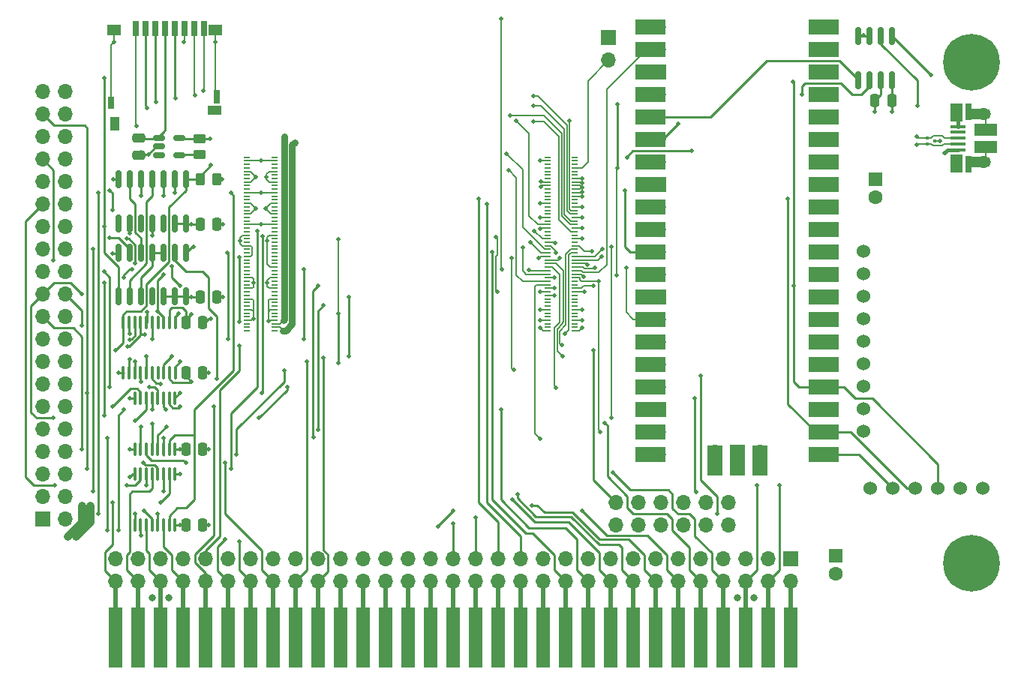
<source format=gbr>
G04 #@! TF.GenerationSoftware,KiCad,Pcbnew,(6.0.5-0)*
G04 #@! TF.CreationDate,2022-07-12T21:34:34-06:00*
G04 #@! TF.ProjectId,PiGUS,50694755-532e-46b6-9963-61645f706362,rev?*
G04 #@! TF.SameCoordinates,Original*
G04 #@! TF.FileFunction,Copper,L1,Top*
G04 #@! TF.FilePolarity,Positive*
%FSLAX46Y46*%
G04 Gerber Fmt 4.6, Leading zero omitted, Abs format (unit mm)*
G04 Created by KiCad (PCBNEW (6.0.5-0)) date 2022-07-12 21:34:34*
%MOMM*%
%LPD*%
G01*
G04 APERTURE LIST*
G04 Aperture macros list*
%AMRoundRect*
0 Rectangle with rounded corners*
0 $1 Rounding radius*
0 $2 $3 $4 $5 $6 $7 $8 $9 X,Y pos of 4 corners*
0 Add a 4 corners polygon primitive as box body*
4,1,4,$2,$3,$4,$5,$6,$7,$8,$9,$2,$3,0*
0 Add four circle primitives for the rounded corners*
1,1,$1+$1,$2,$3*
1,1,$1+$1,$4,$5*
1,1,$1+$1,$6,$7*
1,1,$1+$1,$8,$9*
0 Add four rect primitives between the rounded corners*
20,1,$1+$1,$2,$3,$4,$5,0*
20,1,$1+$1,$4,$5,$6,$7,0*
20,1,$1+$1,$6,$7,$8,$9,0*
20,1,$1+$1,$8,$9,$2,$3,0*%
G04 Aperture macros list end*
G04 #@! TA.AperFunction,ComponentPad*
%ADD10R,1.700000X1.700000*%
G04 #@! TD*
G04 #@! TA.AperFunction,ComponentPad*
%ADD11O,1.700000X1.700000*%
G04 #@! TD*
G04 #@! TA.AperFunction,SMDPad,CuDef*
%ADD12R,0.700000X1.750000*%
G04 #@! TD*
G04 #@! TA.AperFunction,SMDPad,CuDef*
%ADD13R,1.500000X1.300000*%
G04 #@! TD*
G04 #@! TA.AperFunction,SMDPad,CuDef*
%ADD14R,0.800000X1.500000*%
G04 #@! TD*
G04 #@! TA.AperFunction,SMDPad,CuDef*
%ADD15R,0.800000X1.400000*%
G04 #@! TD*
G04 #@! TA.AperFunction,SMDPad,CuDef*
%ADD16R,1.550000X1.000000*%
G04 #@! TD*
G04 #@! TA.AperFunction,SMDPad,CuDef*
%ADD17R,1.000000X1.550000*%
G04 #@! TD*
G04 #@! TA.AperFunction,ConnectorPad*
%ADD18R,1.524000X6.858000*%
G04 #@! TD*
G04 #@! TA.AperFunction,SMDPad,CuDef*
%ADD19RoundRect,0.150000X-0.512500X-0.150000X0.512500X-0.150000X0.512500X0.150000X-0.512500X0.150000X0*%
G04 #@! TD*
G04 #@! TA.AperFunction,SMDPad,CuDef*
%ADD20R,0.300000X0.300000*%
G04 #@! TD*
G04 #@! TA.AperFunction,SMDPad,CuDef*
%ADD21RoundRect,0.100000X-0.100000X0.637500X-0.100000X-0.637500X0.100000X-0.637500X0.100000X0.637500X0*%
G04 #@! TD*
G04 #@! TA.AperFunction,ComponentPad*
%ADD22R,1.600000X1.600000*%
G04 #@! TD*
G04 #@! TA.AperFunction,ComponentPad*
%ADD23C,1.600000*%
G04 #@! TD*
G04 #@! TA.AperFunction,SMDPad,CuDef*
%ADD24RoundRect,0.250000X-0.262500X-0.450000X0.262500X-0.450000X0.262500X0.450000X-0.262500X0.450000X0*%
G04 #@! TD*
G04 #@! TA.AperFunction,SMDPad,CuDef*
%ADD25RoundRect,0.250000X0.250000X0.475000X-0.250000X0.475000X-0.250000X-0.475000X0.250000X-0.475000X0*%
G04 #@! TD*
G04 #@! TA.AperFunction,SMDPad,CuDef*
%ADD26RoundRect,0.250000X-0.450000X0.262500X-0.450000X-0.262500X0.450000X-0.262500X0.450000X0.262500X0*%
G04 #@! TD*
G04 #@! TA.AperFunction,SMDPad,CuDef*
%ADD27RoundRect,0.250000X-0.250000X-0.475000X0.250000X-0.475000X0.250000X0.475000X-0.250000X0.475000X0*%
G04 #@! TD*
G04 #@! TA.AperFunction,SMDPad,CuDef*
%ADD28RoundRect,0.150000X-0.150000X0.825000X-0.150000X-0.825000X0.150000X-0.825000X0.150000X0.825000X0*%
G04 #@! TD*
G04 #@! TA.AperFunction,SMDPad,CuDef*
%ADD29R,1.750000X0.400000*%
G04 #@! TD*
G04 #@! TA.AperFunction,SMDPad,CuDef*
%ADD30R,2.000000X1.300000*%
G04 #@! TD*
G04 #@! TA.AperFunction,ComponentPad*
%ADD31O,1.700000X1.300000*%
G04 #@! TD*
G04 #@! TA.AperFunction,SMDPad,CuDef*
%ADD32R,1.400000X2.000000*%
G04 #@! TD*
G04 #@! TA.AperFunction,SMDPad,CuDef*
%ADD33R,2.500000X1.425000*%
G04 #@! TD*
G04 #@! TA.AperFunction,ComponentPad*
%ADD34O,1.400000X1.000000*%
G04 #@! TD*
G04 #@! TA.AperFunction,SMDPad,CuDef*
%ADD35R,0.700000X1.825000*%
G04 #@! TD*
G04 #@! TA.AperFunction,SMDPad,CuDef*
%ADD36R,3.500000X1.700000*%
G04 #@! TD*
G04 #@! TA.AperFunction,SMDPad,CuDef*
%ADD37R,1.700000X3.500000*%
G04 #@! TD*
G04 #@! TA.AperFunction,ComponentPad*
%ADD38C,6.400000*%
G04 #@! TD*
G04 #@! TA.AperFunction,SMDPad,CuDef*
%ADD39R,0.700000X0.200000*%
G04 #@! TD*
G04 #@! TA.AperFunction,ComponentPad*
%ADD40C,1.524000*%
G04 #@! TD*
G04 #@! TA.AperFunction,SMDPad,CuDef*
%ADD41RoundRect,0.250000X-0.475000X0.250000X-0.475000X-0.250000X0.475000X-0.250000X0.475000X0.250000X0*%
G04 #@! TD*
G04 #@! TA.AperFunction,ViaPad*
%ADD42C,0.500000*%
G04 #@! TD*
G04 #@! TA.AperFunction,ViaPad*
%ADD43C,0.508000*%
G04 #@! TD*
G04 #@! TA.AperFunction,ViaPad*
%ADD44C,0.800000*%
G04 #@! TD*
G04 #@! TA.AperFunction,Conductor*
%ADD45C,0.250000*%
G04 #@! TD*
G04 #@! TA.AperFunction,Conductor*
%ADD46C,0.200000*%
G04 #@! TD*
G04 #@! TA.AperFunction,Conductor*
%ADD47C,0.500000*%
G04 #@! TD*
G04 #@! TA.AperFunction,Conductor*
%ADD48C,0.400000*%
G04 #@! TD*
G04 #@! TA.AperFunction,Conductor*
%ADD49C,0.960000*%
G04 #@! TD*
G04 #@! TA.AperFunction,Conductor*
%ADD50C,0.750000*%
G04 #@! TD*
G04 APERTURE END LIST*
D10*
X110848792Y-119070471D03*
D11*
X113388792Y-119070471D03*
X110848792Y-116530471D03*
X113388792Y-116530471D03*
X110848792Y-113990471D03*
X113388792Y-113990471D03*
X110848792Y-111450471D03*
X113388792Y-111450471D03*
X110848792Y-108910471D03*
X113388792Y-108910471D03*
X110848792Y-106370471D03*
X113388792Y-106370471D03*
X110848792Y-103830471D03*
X113388792Y-103830471D03*
X110848792Y-101290471D03*
X113388792Y-101290471D03*
X110848792Y-98750471D03*
X113388792Y-98750471D03*
X110848792Y-96210471D03*
X113388792Y-96210471D03*
X110848792Y-93670471D03*
X113388792Y-93670471D03*
X110848792Y-91130471D03*
X113388792Y-91130471D03*
X110848792Y-88590471D03*
X113388792Y-88590471D03*
X110848792Y-86050471D03*
X113388792Y-86050471D03*
X110848792Y-83510471D03*
X113388792Y-83510471D03*
X110848792Y-80970471D03*
X113388792Y-80970471D03*
X110848792Y-78430471D03*
X113388792Y-78430471D03*
X110848792Y-75890471D03*
X113388792Y-75890471D03*
X110848792Y-73350471D03*
X113388792Y-73350471D03*
X110848792Y-70810471D03*
X113388792Y-70810471D03*
D12*
X121325000Y-63650000D03*
X122425000Y-63650000D03*
X123525000Y-63650000D03*
X124625000Y-63650000D03*
X125725000Y-63650000D03*
X126825000Y-63650000D03*
X127925000Y-63650000D03*
X129025000Y-63650000D03*
D13*
X130325000Y-63875000D03*
X118875000Y-63875000D03*
D14*
X130500000Y-71375000D03*
D15*
X118550000Y-72025000D03*
D16*
X130200000Y-72875000D03*
D17*
X118950000Y-74450000D03*
D18*
X195262500Y-132397500D03*
X192722500Y-132397500D03*
X190182500Y-132397500D03*
X187642500Y-132397500D03*
X185102500Y-132397500D03*
X182562500Y-132397500D03*
X180022500Y-132397500D03*
X177482500Y-132397500D03*
X174942500Y-132397500D03*
X172402500Y-132397500D03*
X169862500Y-132397500D03*
X167322500Y-132397500D03*
X164782500Y-132397500D03*
X162242500Y-132397500D03*
X159702500Y-132397500D03*
X157162500Y-132397500D03*
X154622500Y-132397500D03*
X152082500Y-132397500D03*
X149542500Y-132397500D03*
X147002500Y-132397500D03*
X144462500Y-132397500D03*
X141922500Y-132397500D03*
X139382500Y-132397500D03*
X136842500Y-132397500D03*
X134302500Y-132397500D03*
X131762500Y-132397500D03*
X129222500Y-132397500D03*
X126682500Y-132397500D03*
X124142500Y-132397500D03*
X121602500Y-132397500D03*
X119062500Y-132397500D03*
D19*
X123957500Y-76050000D03*
X123957500Y-77000000D03*
X123957500Y-77950000D03*
X126232500Y-77950000D03*
X126232500Y-76050000D03*
D20*
X210676697Y-75991465D03*
X210676697Y-76691465D03*
X211526697Y-76341465D03*
D21*
X125782500Y-113977500D03*
X125132500Y-113977500D03*
X124482500Y-113977500D03*
X123832500Y-113977500D03*
X123182500Y-113977500D03*
X122532500Y-113977500D03*
X121882500Y-113977500D03*
X121232500Y-113977500D03*
X121232500Y-119702500D03*
X121882500Y-119702500D03*
X122532500Y-119702500D03*
X123182500Y-119702500D03*
X123832500Y-119702500D03*
X124482500Y-119702500D03*
X125132500Y-119702500D03*
X125782500Y-119702500D03*
D22*
X200342500Y-123190000D03*
D23*
X200342500Y-125190000D03*
D24*
X128627500Y-80645000D03*
X130452500Y-80645000D03*
D25*
X206687500Y-71755000D03*
X204787500Y-71755000D03*
D26*
X128585000Y-76087500D03*
X128585000Y-77912500D03*
D27*
X127002500Y-102552500D03*
X128902500Y-102552500D03*
D28*
X127000000Y-88965000D03*
X125730000Y-88965000D03*
X124460000Y-88965000D03*
X123190000Y-88965000D03*
X121920000Y-88965000D03*
X120650000Y-88965000D03*
X119380000Y-88965000D03*
X119380000Y-93915000D03*
X120650000Y-93915000D03*
X121920000Y-93915000D03*
X123190000Y-93915000D03*
X124460000Y-93915000D03*
X125730000Y-93915000D03*
X127000000Y-93915000D03*
D10*
X174700000Y-64725000D03*
D11*
X174700000Y-67265000D03*
D27*
X127002500Y-96837500D03*
X128902500Y-96837500D03*
D22*
X204800000Y-80700000D03*
D23*
X204800000Y-82700000D03*
D29*
X214181697Y-77341465D03*
X214181697Y-76691465D03*
X214181697Y-76041465D03*
X214181697Y-75391465D03*
X214181697Y-74741465D03*
D30*
X216071697Y-78766465D03*
D31*
X217001697Y-73316465D03*
D32*
X213941697Y-78891465D03*
D33*
X217251697Y-75078965D03*
D34*
X213971697Y-73616465D03*
D35*
X215301697Y-73053965D03*
D30*
X216071697Y-73316465D03*
D33*
X217251697Y-77003965D03*
D32*
X213941697Y-73141465D03*
D34*
X213971697Y-78466465D03*
D31*
X217001697Y-78766465D03*
D35*
X215301697Y-79028965D03*
D27*
X127002500Y-111125000D03*
X128902500Y-111125000D03*
D21*
X125797500Y-96832500D03*
X125147500Y-96832500D03*
X124497500Y-96832500D03*
X123847500Y-96832500D03*
X123197500Y-96832500D03*
X122547500Y-96832500D03*
X121897500Y-96832500D03*
X121247500Y-96832500D03*
X120597500Y-96832500D03*
X119947500Y-96832500D03*
X119947500Y-102557500D03*
X120597500Y-102557500D03*
X121247500Y-102557500D03*
X121897500Y-102557500D03*
X122547500Y-102557500D03*
X123197500Y-102557500D03*
X123847500Y-102557500D03*
X124497500Y-102557500D03*
X125147500Y-102557500D03*
X125797500Y-102557500D03*
X125782500Y-105405000D03*
X125132500Y-105405000D03*
X124482500Y-105405000D03*
X123832500Y-105405000D03*
X123182500Y-105405000D03*
X122532500Y-105405000D03*
X121882500Y-105405000D03*
X121232500Y-105405000D03*
X121232500Y-111130000D03*
X121882500Y-111130000D03*
X122532500Y-111130000D03*
X123182500Y-111130000D03*
X123832500Y-111130000D03*
X124482500Y-111130000D03*
X125132500Y-111130000D03*
X125782500Y-111130000D03*
D11*
X180340000Y-63500000D03*
D36*
X179440000Y-63500000D03*
D11*
X180340000Y-66040000D03*
D36*
X179440000Y-66040000D03*
D10*
X180340000Y-68580000D03*
D36*
X179440000Y-68580000D03*
D11*
X180340000Y-71120000D03*
D36*
X179440000Y-71120000D03*
D11*
X180340000Y-73660000D03*
D36*
X179440000Y-73660000D03*
X179440000Y-76200000D03*
D11*
X180340000Y-76200000D03*
D36*
X179440000Y-78740000D03*
D11*
X180340000Y-78740000D03*
D36*
X179440000Y-81280000D03*
D10*
X180340000Y-81280000D03*
D11*
X180340000Y-83820000D03*
D36*
X179440000Y-83820000D03*
D11*
X180340000Y-86360000D03*
D36*
X179440000Y-86360000D03*
D11*
X180340000Y-88900000D03*
D36*
X179440000Y-88900000D03*
X179440000Y-91440000D03*
D11*
X180340000Y-91440000D03*
D36*
X179440000Y-93980000D03*
D10*
X180340000Y-93980000D03*
D36*
X179440000Y-96520000D03*
D11*
X180340000Y-96520000D03*
D36*
X179440000Y-99060000D03*
D11*
X180340000Y-99060000D03*
X180340000Y-101600000D03*
D36*
X179440000Y-101600000D03*
D11*
X180340000Y-104140000D03*
D36*
X179440000Y-104140000D03*
D10*
X180340000Y-106680000D03*
D36*
X179440000Y-106680000D03*
D11*
X180340000Y-109220000D03*
D36*
X179440000Y-109220000D03*
X179440000Y-111760000D03*
D11*
X180340000Y-111760000D03*
D36*
X199020000Y-111760000D03*
D11*
X198120000Y-111760000D03*
D36*
X199020000Y-109220000D03*
D11*
X198120000Y-109220000D03*
D10*
X198120000Y-106680000D03*
D36*
X199020000Y-106680000D03*
D11*
X198120000Y-104140000D03*
D36*
X199020000Y-104140000D03*
X199020000Y-101600000D03*
D11*
X198120000Y-101600000D03*
X198120000Y-99060000D03*
D36*
X199020000Y-99060000D03*
X199020000Y-96520000D03*
D11*
X198120000Y-96520000D03*
D10*
X198120000Y-93980000D03*
D36*
X199020000Y-93980000D03*
X199020000Y-91440000D03*
D11*
X198120000Y-91440000D03*
D36*
X199020000Y-88900000D03*
D11*
X198120000Y-88900000D03*
D36*
X199020000Y-86360000D03*
D11*
X198120000Y-86360000D03*
X198120000Y-83820000D03*
D36*
X199020000Y-83820000D03*
X199020000Y-81280000D03*
D10*
X198120000Y-81280000D03*
D36*
X199020000Y-78740000D03*
D11*
X198120000Y-78740000D03*
X198120000Y-76200000D03*
D36*
X199020000Y-76200000D03*
D11*
X198120000Y-73660000D03*
D36*
X199020000Y-73660000D03*
X199020000Y-71120000D03*
D11*
X198120000Y-71120000D03*
D10*
X198120000Y-68580000D03*
D36*
X199020000Y-68580000D03*
D11*
X198120000Y-66040000D03*
D36*
X199020000Y-66040000D03*
X199020000Y-63500000D03*
D11*
X198120000Y-63500000D03*
X186690000Y-111530000D03*
D37*
X186690000Y-112430000D03*
D10*
X189230000Y-111530000D03*
D37*
X189230000Y-112430000D03*
X191770000Y-112430000D03*
D11*
X191770000Y-111530000D03*
D28*
X206692500Y-64517500D03*
X205422500Y-64517500D03*
X204152500Y-64517500D03*
X202882500Y-64517500D03*
X202882500Y-69467500D03*
X204152500Y-69467500D03*
X205422500Y-69467500D03*
X206692500Y-69467500D03*
D38*
X215658700Y-124008000D03*
D27*
X128592500Y-85725000D03*
X130492500Y-85725000D03*
X128592500Y-93980000D03*
X130492500Y-93980000D03*
D39*
X170900000Y-97800000D03*
X167820000Y-97800000D03*
X170900000Y-97400000D03*
X167820000Y-97400000D03*
X170900000Y-97000000D03*
X167820000Y-97000000D03*
X170900000Y-96600000D03*
X167820000Y-96600000D03*
X170900000Y-96200000D03*
X167820000Y-96200000D03*
X170900000Y-95800000D03*
X167820000Y-95800000D03*
X170900000Y-95400000D03*
X167820000Y-95400000D03*
X170900000Y-95000000D03*
X167820000Y-95000000D03*
X170900000Y-94600000D03*
X167820000Y-94600000D03*
X170900000Y-94200000D03*
X167820000Y-94200000D03*
X170900000Y-93800000D03*
X167820000Y-93800000D03*
X170900000Y-93400000D03*
X167820000Y-93400000D03*
X170900000Y-93000000D03*
X167820000Y-93000000D03*
X170900000Y-92600000D03*
X167820000Y-92600000D03*
X170900000Y-92200000D03*
X167820000Y-92200000D03*
X170900000Y-91800000D03*
X167820000Y-91800000D03*
X170900000Y-91400000D03*
X167820000Y-91400000D03*
X170900000Y-91000000D03*
X167820000Y-91000000D03*
X170900000Y-90600000D03*
X167820000Y-90600000D03*
X170900000Y-90200000D03*
X167820000Y-90200000D03*
X170900000Y-89800000D03*
X167820000Y-89800000D03*
X170900000Y-89400000D03*
X167820000Y-89400000D03*
X170900000Y-89000000D03*
X167820000Y-89000000D03*
X170900000Y-88600000D03*
X167820000Y-88600000D03*
X170900000Y-88200000D03*
X167820000Y-88200000D03*
X170900000Y-87800000D03*
X167820000Y-87800000D03*
X170900000Y-87400000D03*
X167820000Y-87400000D03*
X170900000Y-87000000D03*
X167820000Y-87000000D03*
X170900000Y-86600000D03*
X167820000Y-86600000D03*
X170900000Y-86200000D03*
X167820000Y-86200000D03*
X170900000Y-85800000D03*
X167820000Y-85800000D03*
X170900000Y-85400000D03*
X167820000Y-85400000D03*
X170900000Y-85000000D03*
X167820000Y-85000000D03*
X170900000Y-84600000D03*
X167820000Y-84600000D03*
X170900000Y-84200000D03*
X167820000Y-84200000D03*
X170900000Y-83800000D03*
X167820000Y-83800000D03*
X170900000Y-83400000D03*
X167820000Y-83400000D03*
X170900000Y-83000000D03*
X167820000Y-83000000D03*
X170900000Y-82600000D03*
X167820000Y-82600000D03*
X170900000Y-82200000D03*
X167820000Y-82200000D03*
X170900000Y-81800000D03*
X167820000Y-81800000D03*
X170900000Y-81400000D03*
X167820000Y-81400000D03*
X170900000Y-81000000D03*
X167820000Y-81000000D03*
X170900000Y-80600000D03*
X167820000Y-80600000D03*
X170900000Y-80200000D03*
X167820000Y-80200000D03*
X170900000Y-79800000D03*
X167820000Y-79800000D03*
X170900000Y-79400000D03*
X167820000Y-79400000D03*
X170900000Y-79000000D03*
X167820000Y-79000000D03*
X170900000Y-78600000D03*
X167820000Y-78600000D03*
X170900000Y-78200000D03*
X167820000Y-78200000D03*
X136980000Y-97800000D03*
X133900000Y-97800000D03*
X136980000Y-97400000D03*
X133900000Y-97400000D03*
X136980000Y-97000000D03*
X133900000Y-97000000D03*
X136980000Y-96600000D03*
X133900000Y-96600000D03*
X136980000Y-96200000D03*
X133900000Y-96200000D03*
X136980000Y-95800000D03*
X133900000Y-95800000D03*
X136980000Y-95400000D03*
X133900000Y-95400000D03*
X136980000Y-95000000D03*
X133900000Y-95000000D03*
X136980000Y-94600000D03*
X133900000Y-94600000D03*
X136980000Y-94200000D03*
X133900000Y-94200000D03*
X136980000Y-93800000D03*
X133900000Y-93800000D03*
X136980000Y-93400000D03*
X133900000Y-93400000D03*
X136980000Y-93000000D03*
X133900000Y-93000000D03*
X136980000Y-92600000D03*
X133900000Y-92600000D03*
X136980000Y-92200000D03*
X133900000Y-92200000D03*
X136980000Y-91800000D03*
X133900000Y-91800000D03*
X136980000Y-91400000D03*
X133900000Y-91400000D03*
X136980000Y-91000000D03*
X133900000Y-91000000D03*
X136980000Y-90600000D03*
X133900000Y-90600000D03*
X136980000Y-90200000D03*
X133900000Y-90200000D03*
X136980000Y-89800000D03*
X133900000Y-89800000D03*
X136980000Y-89400000D03*
X133900000Y-89400000D03*
X136980000Y-89000000D03*
X133900000Y-89000000D03*
X136980000Y-88600000D03*
X133900000Y-88600000D03*
X136980000Y-88200000D03*
X133900000Y-88200000D03*
X136980000Y-87800000D03*
X133900000Y-87800000D03*
X136980000Y-87400000D03*
X133900000Y-87400000D03*
X136980000Y-87000000D03*
X133900000Y-87000000D03*
X136980000Y-86600000D03*
X133900000Y-86600000D03*
X136980000Y-86200000D03*
X133900000Y-86200000D03*
X136980000Y-85800000D03*
X133900000Y-85800000D03*
X136980000Y-85400000D03*
X133900000Y-85400000D03*
X136980000Y-85000000D03*
X133900000Y-85000000D03*
X136980000Y-84600000D03*
X133900000Y-84600000D03*
X136980000Y-84200000D03*
X133900000Y-84200000D03*
X136980000Y-83800000D03*
X133900000Y-83800000D03*
X136980000Y-83400000D03*
X133900000Y-83400000D03*
X136980000Y-83000000D03*
X133900000Y-83000000D03*
X136980000Y-82600000D03*
X133900000Y-82600000D03*
X136980000Y-82200000D03*
X133900000Y-82200000D03*
X136980000Y-81800000D03*
X133900000Y-81800000D03*
X136980000Y-81400000D03*
X133900000Y-81400000D03*
X136980000Y-81000000D03*
X133900000Y-81000000D03*
X136980000Y-80600000D03*
X133900000Y-80600000D03*
X136980000Y-80200000D03*
X133900000Y-80200000D03*
X136980000Y-79800000D03*
X133900000Y-79800000D03*
X136980000Y-79400000D03*
X133900000Y-79400000D03*
X136980000Y-79000000D03*
X133900000Y-79000000D03*
X136980000Y-78600000D03*
X133900000Y-78600000D03*
X136980000Y-78200000D03*
X133900000Y-78200000D03*
D40*
X204269050Y-115582931D03*
X206809050Y-115582931D03*
X209349050Y-115582931D03*
X211889050Y-115582931D03*
X214429050Y-115582931D03*
X216969050Y-115582931D03*
X203489050Y-109142931D03*
X203489050Y-106602931D03*
X203489050Y-104062931D03*
X203489050Y-101522931D03*
X203489050Y-98982931D03*
X203489050Y-96442931D03*
X203489050Y-93902931D03*
X203489050Y-91362931D03*
X203489050Y-88822931D03*
D11*
X175577500Y-119697500D03*
X175577500Y-117157500D03*
X178117500Y-119697500D03*
X178117500Y-117157500D03*
X180657500Y-119697500D03*
X180657500Y-117157500D03*
X183197500Y-119697500D03*
X183197500Y-117157500D03*
X185737500Y-119697500D03*
X185737500Y-117157500D03*
X188277500Y-119697500D03*
X188277500Y-117157500D03*
D28*
X127000000Y-80710000D03*
X125730000Y-80710000D03*
X124460000Y-80710000D03*
X123190000Y-80710000D03*
X121920000Y-80710000D03*
X120650000Y-80710000D03*
X119380000Y-80710000D03*
X119380000Y-85660000D03*
X120650000Y-85660000D03*
X121920000Y-85660000D03*
X123190000Y-85660000D03*
X124460000Y-85660000D03*
X125730000Y-85660000D03*
X127000000Y-85660000D03*
D10*
X195262500Y-123502500D03*
D11*
X192722500Y-123502500D03*
X190182500Y-123502500D03*
X187642500Y-123502500D03*
X185102500Y-123502500D03*
X182562500Y-123502500D03*
X180022500Y-123502500D03*
X177482500Y-123502500D03*
X174942500Y-123502500D03*
X172402500Y-123502500D03*
X169862500Y-123502500D03*
X167322500Y-123502500D03*
X164782500Y-123502500D03*
X162242500Y-123502500D03*
X159702500Y-123502500D03*
X157162500Y-123502500D03*
X154622500Y-123502500D03*
X152082500Y-123502500D03*
X149542500Y-123502500D03*
X147002500Y-123502500D03*
X144462500Y-123502500D03*
X141922500Y-123502500D03*
X139382500Y-123502500D03*
X136842500Y-123502500D03*
X134302500Y-123502500D03*
X131762500Y-123502500D03*
X129222500Y-123502500D03*
X126682500Y-123502500D03*
X124142500Y-123502500D03*
X121602500Y-123502500D03*
X119062500Y-123502500D03*
X195262500Y-126042500D03*
X192722500Y-126042500D03*
X190182500Y-126042500D03*
X187642500Y-126042500D03*
X185102500Y-126042500D03*
X182562500Y-126042500D03*
X180022500Y-126042500D03*
X177482500Y-126042500D03*
X174942500Y-126042500D03*
X172402500Y-126042500D03*
X169862500Y-126042500D03*
X167322500Y-126042500D03*
X164782500Y-126042500D03*
X162242500Y-126042500D03*
X159702500Y-126042500D03*
X157162500Y-126042500D03*
X154622500Y-126042500D03*
X152082500Y-126042500D03*
X149542500Y-126042500D03*
X147002500Y-126042500D03*
X144462500Y-126042500D03*
X141922500Y-126042500D03*
X139382500Y-126042500D03*
X136842500Y-126042500D03*
X134302500Y-126042500D03*
X131762500Y-126042500D03*
X129222500Y-126042500D03*
X126682500Y-126042500D03*
X124142500Y-126042500D03*
X121602500Y-126042500D03*
X119062500Y-126042500D03*
D38*
X215658700Y-67493000D03*
D41*
X121700000Y-76050000D03*
X121700000Y-77950000D03*
D27*
X127002500Y-119697500D03*
X128902500Y-119697500D03*
D42*
X129700000Y-76077500D03*
X118900000Y-65200000D03*
X121400000Y-74700000D03*
X130300000Y-65200000D03*
X129000000Y-70700000D03*
X128000000Y-71200000D03*
X126800000Y-65200000D03*
X124142500Y-117157500D03*
X118745000Y-117157500D03*
X130175000Y-106362500D03*
X126365000Y-106362500D03*
X120015000Y-106680000D03*
X119380000Y-120332500D03*
X123190000Y-106680000D03*
X131445000Y-121345500D03*
X124460000Y-109855000D03*
X118110000Y-109855000D03*
X118110000Y-120332500D03*
X133032500Y-121602500D03*
X131445000Y-112712500D03*
X127000000Y-112712500D03*
X126365000Y-101282500D03*
X140652500Y-101282500D03*
X142500000Y-100800000D03*
X125412500Y-100647500D03*
X163830000Y-116840000D03*
X124460000Y-115887500D03*
X122555000Y-115252500D03*
X164465000Y-116205000D03*
X121920000Y-120895980D03*
X166052500Y-117475000D03*
X155500000Y-119900000D03*
X157162500Y-118110000D03*
X171767500Y-118110000D03*
X123825000Y-118427500D03*
X124767148Y-106680000D03*
X174307500Y-108200000D03*
X121285000Y-107950000D03*
X175227143Y-113783000D03*
X191452500Y-115252500D03*
X124820416Y-108585000D03*
X193992500Y-115252500D03*
X121920000Y-108622500D03*
X167000000Y-95400000D03*
X131147500Y-85725000D03*
X171699751Y-83800000D03*
X122777711Y-77900000D03*
X169200000Y-89600000D03*
X167000000Y-86300000D03*
X171900000Y-91700000D03*
X134900000Y-84000000D03*
D43*
X212101697Y-76341465D03*
D42*
X168700000Y-87849500D03*
X171699751Y-96600000D03*
X131147500Y-93980000D03*
X133100000Y-87600000D03*
X172000000Y-93400000D03*
X174000000Y-88600000D03*
X120650000Y-105410000D03*
X167000249Y-78600000D03*
X167000000Y-85000000D03*
X118768750Y-80650000D03*
X171699751Y-95400000D03*
X129540000Y-111125000D03*
X167000000Y-97472500D03*
X131127500Y-80645000D03*
X134900000Y-80400000D03*
X167000000Y-83400000D03*
X171699751Y-86200000D03*
X134600000Y-96400000D03*
X171699751Y-85000000D03*
X203517500Y-64452500D03*
X118700000Y-89100000D03*
X135500000Y-78600000D03*
X129540000Y-119697500D03*
X136200000Y-87600000D03*
X120650000Y-114300000D03*
X171700000Y-97472500D03*
X135500000Y-85800000D03*
X136000000Y-84000000D03*
X168600000Y-91800000D03*
X129540000Y-102552500D03*
X119380000Y-102552500D03*
X204787500Y-73025000D03*
X167000000Y-96600000D03*
X136100000Y-80400000D03*
X129800000Y-96400000D03*
X136200000Y-92400000D03*
X168600000Y-93800000D03*
X136300000Y-96655000D03*
X171699751Y-87400000D03*
X135500000Y-82200000D03*
X134600000Y-92400000D03*
X121920000Y-82550000D03*
X160972500Y-83502500D03*
X160020000Y-82867500D03*
X124460000Y-82550000D03*
X141922500Y-92710000D03*
X124460000Y-91440000D03*
X112077500Y-89852500D03*
X141400000Y-109800000D03*
X167000000Y-110000000D03*
X123825000Y-95567500D03*
X142557500Y-94932500D03*
X120300000Y-87400000D03*
X126365000Y-92710000D03*
X118745000Y-84137500D03*
X173800000Y-109200000D03*
X118427500Y-81915000D03*
X125412500Y-90487500D03*
X126200000Y-95800000D03*
X121300000Y-90170000D03*
X173600000Y-92200000D03*
X141900000Y-109000000D03*
X127635000Y-93980000D03*
X126360000Y-111130000D03*
D44*
X115252500Y-117475000D03*
D42*
X127635000Y-85725000D03*
X126360000Y-119702500D03*
D44*
X113665000Y-120967500D03*
D42*
X120650000Y-86800000D03*
X127635000Y-95885000D03*
D44*
X114617500Y-120967500D03*
D42*
X206692500Y-73025000D03*
X167060000Y-81500000D03*
X123190000Y-86995000D03*
D44*
X116205000Y-117475000D03*
D42*
X167060000Y-80900000D03*
X162560000Y-106680000D03*
X124142500Y-103822500D03*
X171700000Y-80600000D03*
D44*
X189230000Y-127952500D03*
X125095000Y-127952500D03*
D42*
X127635000Y-103505000D03*
D44*
X123190000Y-127952500D03*
D42*
X171700000Y-81100000D03*
X171700000Y-82600000D03*
X212600000Y-77700000D03*
X171700000Y-81600000D03*
D44*
X191130000Y-127957500D03*
D42*
X171700000Y-82100000D03*
X117792500Y-86042500D03*
X117792500Y-69215000D03*
X118427500Y-87312500D03*
X162560000Y-62547500D03*
X162627500Y-90872500D03*
X165700000Y-90900000D03*
X120650000Y-100965000D03*
X133032500Y-99498489D03*
X157162500Y-119583000D03*
X159702500Y-118833500D03*
X163212500Y-77787500D03*
X176800000Y-78200000D03*
X119062500Y-100012500D03*
X129857500Y-79057500D03*
X184100000Y-77500000D03*
X144200000Y-101400000D03*
X165900000Y-87800000D03*
X144200000Y-87500000D03*
X122640519Y-95653019D03*
X144200000Y-95800000D03*
X120421002Y-99579291D03*
X122400000Y-98200000D03*
X169400000Y-99400000D03*
X120650000Y-98807003D03*
X169800000Y-98107500D03*
X133000000Y-89500000D03*
X133000000Y-96800000D03*
X173900000Y-89400000D03*
X120650000Y-98107500D03*
X115252500Y-97155000D03*
X173037500Y-100012500D03*
X122555000Y-100647500D03*
X184467500Y-105410000D03*
X184562989Y-115982989D03*
X130492500Y-103187500D03*
X121920000Y-103565500D03*
X121285000Y-101282500D03*
X187007500Y-118427500D03*
X185102500Y-102870000D03*
X131700000Y-89000000D03*
X168800000Y-89000000D03*
X123190000Y-98742500D03*
X131762500Y-98742500D03*
X127900000Y-88300000D03*
X161607500Y-88900000D03*
X175000000Y-88300000D03*
X175000000Y-107600000D03*
X172800000Y-88800000D03*
X175700000Y-79400000D03*
X168600000Y-93000000D03*
X175600000Y-91500000D03*
X175700000Y-72200000D03*
X194945000Y-82867500D03*
X195500000Y-69700000D03*
X195580000Y-92720000D03*
X173000000Y-92700000D03*
X162200000Y-93400000D03*
X115887500Y-113347500D03*
X115887500Y-104775000D03*
X135700000Y-87100000D03*
X126365000Y-104775000D03*
X135572500Y-104775000D03*
X126365000Y-113982500D03*
X162000000Y-87200000D03*
X167000000Y-93400000D03*
X132080000Y-82232500D03*
X125730000Y-82232500D03*
X211100000Y-68900000D03*
X209550000Y-72390000D03*
X182600000Y-74400000D03*
X196532500Y-71120000D03*
X125800000Y-71500000D03*
X166200000Y-74200000D03*
X163600000Y-73500000D03*
X122600000Y-72600000D03*
X123600000Y-72000000D03*
X164300000Y-74100000D03*
X166200000Y-72400000D03*
X166200000Y-71300000D03*
X170300000Y-74100000D03*
X139300000Y-76500000D03*
X209500000Y-76800000D03*
X123190000Y-108267500D03*
X168800000Y-104200000D03*
X138430000Y-104140000D03*
X135255000Y-107632500D03*
X117792500Y-107315000D03*
X117792500Y-92392500D03*
X163800000Y-89600000D03*
X166800000Y-89600000D03*
X132715000Y-111760000D03*
X164000000Y-102200000D03*
X138112500Y-102235000D03*
X120650000Y-111125000D03*
X115252500Y-111125000D03*
X115252500Y-93662500D03*
X145415000Y-100647500D03*
X145415000Y-93980000D03*
X112077500Y-107632500D03*
X169552500Y-100647500D03*
X118745000Y-106362500D03*
X120967500Y-90805000D03*
X140335000Y-90805000D03*
X118427500Y-104140000D03*
X172300000Y-90300000D03*
X120015000Y-91757500D03*
X122872500Y-104140000D03*
X176700000Y-90700000D03*
X117792500Y-91122500D03*
X140335000Y-98742500D03*
X116522500Y-115887500D03*
X122277861Y-118110000D03*
X116522500Y-88582500D03*
X173200000Y-90700000D03*
X163407500Y-79692500D03*
X121285000Y-118427500D03*
X117157500Y-82232500D03*
X176530000Y-81915000D03*
X117157500Y-118427500D03*
X112165018Y-115252500D03*
X120332500Y-115252500D03*
X165000000Y-88400000D03*
X166300000Y-86500000D03*
X135100000Y-86500000D03*
X122237500Y-112712500D03*
X132080000Y-113347500D03*
X209502400Y-75897600D03*
X138100000Y-75900000D03*
D45*
X123955000Y-75882500D02*
X124600000Y-75237500D01*
X124600000Y-75237500D02*
X124600000Y-75190000D01*
X124625000Y-63650000D02*
X124625000Y-75200000D01*
X122777711Y-77900000D02*
X123677711Y-77000000D01*
X123677711Y-77000000D02*
X123957500Y-77000000D01*
D46*
X130300000Y-65200000D02*
X130300000Y-71100978D01*
X130300000Y-71100978D02*
X130500000Y-71300978D01*
X130500000Y-71300978D02*
X130500000Y-71375000D01*
X118900000Y-65200000D02*
X118550000Y-65550000D01*
X118550000Y-65550000D02*
X118550000Y-72025000D01*
X118925000Y-65175000D02*
X118925000Y-63875000D01*
D45*
X129677500Y-76100000D02*
X128585000Y-76100000D01*
D46*
X121325000Y-74625000D02*
X121400000Y-74700000D01*
X121325000Y-63650000D02*
X121325000Y-74625000D01*
X130325000Y-65175000D02*
X130325000Y-63875000D01*
X130300000Y-65200000D02*
X130325000Y-65175000D01*
X129025000Y-63650000D02*
X129025000Y-70675000D01*
X129025000Y-70675000D02*
X129000000Y-70700000D01*
X127925000Y-63650000D02*
X127925000Y-71125000D01*
X127925000Y-71125000D02*
X128000000Y-71200000D01*
X126825000Y-63650000D02*
X126825000Y-65175000D01*
X126825000Y-65175000D02*
X126800000Y-65200000D01*
D45*
X122425000Y-72425000D02*
X122425000Y-63650000D01*
D46*
X122600000Y-72600000D02*
X122425000Y-72425000D01*
D45*
X125725000Y-71425000D02*
X125725000Y-63650000D01*
D46*
X125800000Y-71500000D02*
X125725000Y-71425000D01*
D45*
X123525000Y-63650000D02*
X123525000Y-71925000D01*
D46*
X123525000Y-71925000D02*
X123600000Y-72000000D01*
D45*
X157162500Y-118110000D02*
X155500000Y-119772500D01*
X155500000Y-119772500D02*
X155500000Y-119900000D01*
X142500000Y-100800000D02*
X142500000Y-122560411D01*
X142500000Y-122560411D02*
X142997011Y-123057422D01*
X142997011Y-123057422D02*
X142997011Y-124972989D01*
X142997011Y-124972989D02*
X141927500Y-126042500D01*
X141900000Y-109000000D02*
X141900000Y-95590000D01*
X141900000Y-95590000D02*
X142557500Y-94932500D01*
X141400000Y-109800000D02*
X141300000Y-109700000D01*
X141300000Y-109700000D02*
X141300000Y-93332500D01*
X141300000Y-93332500D02*
X141922500Y-92710000D01*
X118745000Y-117157500D02*
X118745000Y-121920000D01*
X118745000Y-121920000D02*
X117887989Y-122777011D01*
X117887989Y-124867989D02*
X119062500Y-126042500D01*
X117887989Y-122777011D02*
X117887989Y-124867989D01*
D47*
X119062500Y-132397500D02*
X119062500Y-126042500D01*
D45*
X125132500Y-116167500D02*
X125132500Y-113977500D01*
X124142500Y-117157500D02*
X125132500Y-116167500D01*
X120650000Y-116205000D02*
X120650000Y-122793990D01*
X120967500Y-115887500D02*
X120650000Y-116205000D01*
X123190000Y-115570000D02*
X123182500Y-115562500D01*
X122872500Y-115887500D02*
X123190000Y-115570000D01*
X122872500Y-115887500D02*
X120967500Y-115887500D01*
D47*
X121602500Y-132397500D02*
X121602500Y-126042500D01*
D45*
X120337500Y-123106490D02*
X120337500Y-124777500D01*
X123182500Y-115562500D02*
X123182500Y-113977500D01*
X120337500Y-124777500D02*
X121602500Y-126042500D01*
X120650000Y-122793990D02*
X120337500Y-123106490D01*
X122872500Y-122920512D02*
X122872500Y-124772500D01*
X122532500Y-122580512D02*
X122872500Y-122920512D01*
D47*
X124142500Y-132397500D02*
X124142500Y-126042500D01*
D45*
X122532500Y-119702500D02*
X122532500Y-122580512D01*
X122872500Y-124772500D02*
X124142500Y-126042500D01*
X125412500Y-123111490D02*
X125412500Y-124772500D01*
D47*
X126682500Y-132397500D02*
X126682500Y-126042500D01*
D45*
X124482500Y-122181490D02*
X125412500Y-123111490D01*
X124482500Y-119702500D02*
X124482500Y-122181490D01*
X125412500Y-124772500D02*
X126682500Y-126042500D01*
X128047989Y-123016001D02*
X128047989Y-123988999D01*
X125506659Y-106467020D02*
X126260480Y-106467020D01*
X129222500Y-125163510D02*
X129222500Y-126042500D01*
X130175000Y-120888990D02*
X128047989Y-123016001D01*
X130175000Y-106362500D02*
X130175000Y-120888990D01*
X128047989Y-123988999D02*
X129222500Y-125163510D01*
X125132500Y-106092861D02*
X125506659Y-106467020D01*
D47*
X129222500Y-132397500D02*
X129222500Y-126042500D01*
D45*
X125132500Y-105405000D02*
X125132500Y-106092861D01*
X126260480Y-106467020D02*
X126365000Y-106362500D01*
X123190000Y-106680000D02*
X123182500Y-106672500D01*
D47*
X131762500Y-132397500D02*
X131762500Y-126042500D01*
D45*
X130587989Y-124867989D02*
X131762500Y-126042500D01*
X119380000Y-107315000D02*
X119380000Y-120332500D01*
X131445000Y-121345500D02*
X130587989Y-122202511D01*
X130587989Y-122202511D02*
X130587989Y-124867989D01*
X120015000Y-106680000D02*
X119380000Y-107315000D01*
X123182500Y-106672500D02*
X123182500Y-105405000D01*
X124482500Y-111130000D02*
X124482500Y-111817861D01*
X133032500Y-121602500D02*
X133032500Y-124772500D01*
X124482500Y-111130000D02*
X124460000Y-111107500D01*
X124482500Y-110150000D02*
X124482500Y-111130000D01*
X124460000Y-110127500D02*
X124482500Y-110150000D01*
D47*
X134302500Y-132397500D02*
X134302500Y-126042500D01*
D45*
X118110000Y-109855000D02*
X118110000Y-120332500D01*
X133032500Y-124772500D02*
X134302500Y-126042500D01*
X124460000Y-109855000D02*
X124460000Y-110127500D01*
X135572500Y-124772500D02*
X136842500Y-126042500D01*
X131445000Y-112712500D02*
X131445000Y-118427500D01*
X122532500Y-111130000D02*
X122532500Y-111817861D01*
X126682500Y-112395000D02*
X127000000Y-112712500D01*
X123109639Y-112395000D02*
X126682500Y-112395000D01*
X131445000Y-118427500D02*
X135572500Y-122555000D01*
D47*
X136842500Y-132397500D02*
X136842500Y-126042500D01*
D45*
X135572500Y-122555000D02*
X135572500Y-124772500D01*
X122532500Y-111817861D02*
X123109639Y-112395000D01*
D47*
X139382500Y-132397500D02*
X139382500Y-126042500D01*
D45*
X140652500Y-101282500D02*
X140647500Y-101287500D01*
X140647500Y-101287500D02*
X140647500Y-124777500D01*
X125797500Y-102557500D02*
X125797500Y-101850000D01*
X140647500Y-124777500D02*
X139382500Y-126042500D01*
X125797500Y-101850000D02*
X126365000Y-101282500D01*
X124497500Y-101562500D02*
X125412500Y-100647500D01*
D47*
X141922500Y-132397500D02*
X141922500Y-126042500D01*
D45*
X124497500Y-102557500D02*
X124497500Y-101562500D01*
X174942500Y-126047500D02*
X173672500Y-124777500D01*
X173672500Y-122872500D02*
X170180000Y-119380000D01*
X124482500Y-115865000D02*
X124460000Y-115887500D01*
D47*
X174942500Y-132397500D02*
X174942500Y-126042500D01*
D45*
X124482500Y-113977500D02*
X124482500Y-115865000D01*
X170180000Y-119380000D02*
X166369282Y-119380000D01*
X163830000Y-116840718D02*
X163830000Y-116840000D01*
X166369282Y-119380000D02*
X163830000Y-116840718D01*
X173672500Y-124777500D02*
X173672500Y-122872500D01*
X166510018Y-118745000D02*
X164465000Y-116699982D01*
X176212500Y-122237500D02*
X175895000Y-121920000D01*
X177482500Y-126047500D02*
X176212500Y-124777500D01*
X122532500Y-113977500D02*
X122532500Y-115230000D01*
X170496782Y-118745000D02*
X166510018Y-118745000D01*
X175895000Y-121920000D02*
X173671782Y-121920000D01*
X173671782Y-121920000D02*
X170496782Y-118745000D01*
X176212500Y-124777500D02*
X176212500Y-122237500D01*
D47*
X177482500Y-132397500D02*
X177482500Y-126042500D01*
D45*
X164465000Y-116699982D02*
X164465000Y-116205000D01*
X122532500Y-115230000D02*
X122555000Y-115252500D01*
X173709031Y-121321531D02*
X176962541Y-121321531D01*
X170646489Y-118258989D02*
X173709031Y-121321531D01*
X178752500Y-124777500D02*
X180022500Y-126047500D01*
D47*
X180022500Y-132397500D02*
X180022500Y-126042500D01*
D45*
X166052500Y-117475000D02*
X166687500Y-117475000D01*
X167471489Y-118258989D02*
X170646489Y-118258989D01*
X176962541Y-121321531D02*
X178752500Y-123111490D01*
X178752500Y-123111490D02*
X178752500Y-124777500D01*
X121882500Y-120930000D02*
X121920000Y-120967500D01*
X166687500Y-117475000D02*
X167471489Y-118258989D01*
X121882500Y-119702500D02*
X121882500Y-120930000D01*
X174529511Y-120872011D02*
X179053021Y-120872011D01*
X179053021Y-120872011D02*
X181292500Y-123111490D01*
X171767500Y-118110000D02*
X174529511Y-120872011D01*
X181292500Y-124777500D02*
X182562500Y-126047500D01*
X181292500Y-123111490D02*
X181292500Y-124777500D01*
D47*
X182562500Y-132397500D02*
X182562500Y-126042500D01*
D45*
X123825000Y-118427500D02*
X123832500Y-118435000D01*
X123832500Y-118435000D02*
X123832500Y-119702500D01*
X176847500Y-117792500D02*
X177482500Y-118427500D01*
X174600000Y-114238245D02*
X176847500Y-116485745D01*
X181927500Y-120332500D02*
X183832500Y-122237500D01*
X174307500Y-108200000D02*
X174600000Y-108492500D01*
X181292500Y-118427500D02*
X181927500Y-119062500D01*
X124482500Y-106395352D02*
X124482500Y-105405000D01*
X181927500Y-119062500D02*
X181927500Y-120332500D01*
X183832500Y-122237500D02*
X183832500Y-124772500D01*
X176847500Y-116485745D02*
X176847500Y-117792500D01*
X174600000Y-108492500D02*
X174600000Y-114238245D01*
X177482500Y-118427500D02*
X181292500Y-118427500D01*
X183832500Y-124772500D02*
X185102500Y-126042500D01*
X124767148Y-106680000D02*
X124482500Y-106395352D01*
D47*
X185102500Y-132397500D02*
X185102500Y-126042500D01*
D45*
X186372500Y-124777500D02*
X187642500Y-126047500D01*
X175227143Y-113783000D02*
X177146163Y-115702020D01*
D47*
X187642500Y-132397500D02*
X187642500Y-126042500D01*
D45*
X183832500Y-118427500D02*
X184467500Y-119062500D01*
X184467500Y-119062500D02*
X184467500Y-120967500D01*
X186372500Y-122872500D02*
X186372500Y-124777500D01*
X181424520Y-115702020D02*
X181927500Y-116205000D01*
X122532500Y-106702500D02*
X122532500Y-105405000D01*
X181927500Y-116205000D02*
X181927500Y-117829255D01*
X182525745Y-118427500D02*
X183832500Y-118427500D01*
X181927500Y-117829255D02*
X182525745Y-118427500D01*
X184467500Y-120967500D02*
X186372500Y-122872500D01*
X121285000Y-107950000D02*
X122532500Y-106702500D01*
X177146163Y-115702020D02*
X181424520Y-115702020D01*
X191452500Y-124777500D02*
X190182500Y-126047500D01*
X124792500Y-108585000D02*
X123832500Y-109545000D01*
X124820416Y-108585000D02*
X124792500Y-108585000D01*
X191452500Y-115252500D02*
X191452500Y-124777500D01*
D47*
X190182500Y-132397500D02*
X190182500Y-126042500D01*
D45*
X123832500Y-109545000D02*
X123832500Y-111130000D01*
X121882500Y-111130000D02*
X121882500Y-108660000D01*
X193992500Y-115252500D02*
X193992500Y-124772500D01*
D47*
X192722500Y-132397500D02*
X192722500Y-126042500D01*
D45*
X193992500Y-124772500D02*
X193128746Y-125636254D01*
X121882500Y-108660000D02*
X121920000Y-108622500D01*
D46*
X170900249Y-93400000D02*
X172000000Y-93400000D01*
D45*
X120972500Y-113977500D02*
X121232500Y-113977500D01*
D46*
X170900498Y-97800000D02*
X171372500Y-97800000D01*
X134600000Y-94350000D02*
X134600000Y-95600000D01*
X133900000Y-79800000D02*
X134300000Y-79800000D01*
X136200000Y-92400000D02*
X136200000Y-92770000D01*
X217251697Y-73566465D02*
X217001697Y-73316465D01*
X134300000Y-79800000D02*
X134900000Y-80400000D01*
X136530978Y-91800000D02*
X136980000Y-91800000D01*
X170900249Y-87400000D02*
X171699751Y-87400000D01*
X133900000Y-87000000D02*
X133350000Y-87000000D01*
X136980000Y-79800000D02*
X136430000Y-79800000D01*
X136530978Y-90600000D02*
X136980000Y-90600000D01*
X133900000Y-85800000D02*
X135500000Y-85800000D01*
D45*
X128745000Y-96837500D02*
X129162500Y-96837500D01*
D46*
X136980000Y-78600000D02*
X135500000Y-78600000D01*
D45*
X119351250Y-80645000D02*
X118773750Y-80645000D01*
D46*
X136200000Y-92130978D02*
X136530978Y-91800000D01*
X133900000Y-88200000D02*
X134349022Y-88200000D01*
X133900000Y-81000000D02*
X134300000Y-81000000D01*
X134500000Y-88350978D02*
X134500000Y-89200000D01*
X170900249Y-86200000D02*
X171699751Y-86200000D01*
X136300000Y-95630978D02*
X136530978Y-95400000D01*
D45*
X121913524Y-77468976D02*
X121600000Y-77782500D01*
X129062500Y-111125000D02*
X129540000Y-111125000D01*
D46*
X136530978Y-95400000D02*
X136980000Y-95400000D01*
X136300000Y-96655000D02*
X136345000Y-96655000D01*
X133350000Y-88200000D02*
X133100000Y-87950000D01*
X133100000Y-87250000D02*
X133100000Y-87600000D01*
X133350000Y-87000000D02*
X133100000Y-87250000D01*
X136980000Y-84600000D02*
X136600000Y-84600000D01*
D45*
X130472500Y-85725000D02*
X131147500Y-85725000D01*
X202882500Y-64517500D02*
X203265000Y-64517500D01*
D46*
X136430000Y-81000000D02*
X136100000Y-80670000D01*
D45*
X129062500Y-102552500D02*
X129540000Y-102552500D01*
D46*
X134349022Y-88200000D02*
X134500000Y-88350978D01*
X170900249Y-83800000D02*
X171699751Y-83800000D01*
X167799502Y-97800000D02*
X167327500Y-97800000D01*
X136200000Y-92770000D02*
X136430000Y-93000000D01*
X136300000Y-94330000D02*
X136300000Y-95800000D01*
D45*
X203452500Y-64517500D02*
X203517500Y-64452500D01*
D46*
X133900000Y-84600000D02*
X134300000Y-84600000D01*
X169000000Y-89800000D02*
X169200000Y-89600000D01*
D45*
X130452500Y-80645000D02*
X131127500Y-80645000D01*
D46*
X136200000Y-87230000D02*
X136200000Y-87600000D01*
X167799751Y-78600000D02*
X167000249Y-78600000D01*
X170900249Y-95400000D02*
X171699751Y-95400000D01*
X134450000Y-93000000D02*
X134600000Y-92850000D01*
X136980000Y-87000000D02*
X136430000Y-87000000D01*
X134600000Y-95600000D02*
X134600000Y-96400000D01*
X134600000Y-96400000D02*
X134400000Y-96600000D01*
X170900249Y-85000000D02*
X171699751Y-85000000D01*
D45*
X203265000Y-64517500D02*
X203452500Y-64517500D01*
D46*
X171900000Y-91700000D02*
X171600000Y-91400000D01*
X134450000Y-91800000D02*
X134600000Y-91950000D01*
X136430000Y-94200000D02*
X136300000Y-94330000D01*
X134300000Y-81000000D02*
X134900000Y-80400000D01*
X133100000Y-87950000D02*
X133100000Y-87600000D01*
D45*
X128902500Y-119697500D02*
X129540000Y-119697500D01*
D46*
X170900249Y-96600000D02*
X171699751Y-96600000D01*
X171600000Y-91400000D02*
X170900249Y-91400000D01*
X136100000Y-80130000D02*
X136100000Y-80400000D01*
X212101697Y-76341465D02*
X211526697Y-76341465D01*
D45*
X129162500Y-96837500D02*
X129600000Y-96400000D01*
D46*
X136600000Y-84600000D02*
X136000000Y-84000000D01*
X167800498Y-89800000D02*
X169000000Y-89800000D01*
X174000000Y-88600000D02*
X173200000Y-89400000D01*
D48*
X214181697Y-73826465D02*
X213971697Y-73616465D01*
D46*
X167700498Y-91800000D02*
X168600000Y-91800000D01*
X134300000Y-84600000D02*
X134900000Y-84000000D01*
D45*
X203265000Y-64517500D02*
X204152500Y-64517500D01*
D46*
X134400000Y-96600000D02*
X133900000Y-96600000D01*
X168650500Y-87800000D02*
X168700000Y-87849500D01*
D45*
X122777711Y-77900000D02*
X121822288Y-77900000D01*
D46*
X171372500Y-97800000D02*
X171700000Y-97472500D01*
X134600000Y-91950000D02*
X134600000Y-92400000D01*
D45*
X121232500Y-105405000D02*
X120655000Y-105405000D01*
X120650000Y-114300000D02*
X120972500Y-113977500D01*
D46*
X167100000Y-86200000D02*
X167799502Y-86200000D01*
X136430000Y-79800000D02*
X136100000Y-80130000D01*
X173200000Y-89400000D02*
X170900249Y-89400000D01*
X136200000Y-90269022D02*
X136530978Y-90600000D01*
X134300000Y-89400000D02*
X134500000Y-89200000D01*
X133900000Y-83400000D02*
X134300000Y-83400000D01*
X134300000Y-83400000D02*
X134900000Y-84000000D01*
X136430000Y-93000000D02*
X136980000Y-93000000D01*
X167799502Y-87800000D02*
X168650500Y-87800000D01*
X136400000Y-96600000D02*
X136980000Y-96600000D01*
X134600000Y-92850000D02*
X134600000Y-92400000D01*
X133900000Y-95400000D02*
X134400000Y-95400000D01*
X217251697Y-77003965D02*
X217251697Y-78516465D01*
X217251697Y-78516465D02*
X217001697Y-78766465D01*
D45*
X130472500Y-93980000D02*
X131147500Y-93980000D01*
D46*
X167327500Y-97800000D02*
X167000000Y-97472500D01*
D45*
X123502923Y-76835000D02*
X123957500Y-76835000D01*
D46*
X133900000Y-88200000D02*
X133350000Y-88200000D01*
D45*
X205422500Y-69467500D02*
X205422500Y-71120000D01*
D46*
X167799502Y-83400000D02*
X167000000Y-83400000D01*
X136980000Y-85800000D02*
X135500000Y-85800000D01*
X136100000Y-80670000D02*
X136100000Y-80400000D01*
X167799502Y-85000000D02*
X167000000Y-85000000D01*
D45*
X205422500Y-71120000D02*
X204787500Y-71755000D01*
D46*
X134450000Y-94200000D02*
X134600000Y-94350000D01*
D48*
X214181697Y-74741465D02*
X214181697Y-73826465D01*
D46*
X136200000Y-92400000D02*
X136200000Y-92130978D01*
X133900000Y-94200000D02*
X134450000Y-94200000D01*
X136300000Y-96655000D02*
X136300000Y-95630978D01*
X133900000Y-78600000D02*
X135500000Y-78600000D01*
X136345000Y-96655000D02*
X136400000Y-96600000D01*
X136980000Y-82200000D02*
X135500000Y-82200000D01*
X133900000Y-82200000D02*
X135500000Y-82200000D01*
D45*
X204787500Y-73025000D02*
X204787500Y-71755000D01*
D46*
X136980000Y-81000000D02*
X136430000Y-81000000D01*
X133900000Y-91800000D02*
X134450000Y-91800000D01*
X136430000Y-87000000D02*
X136200000Y-87230000D01*
D45*
X119351250Y-88900000D02*
X119151250Y-89100000D01*
D46*
X134400000Y-95400000D02*
X134600000Y-95600000D01*
D45*
X119151250Y-89100000D02*
X118700000Y-89100000D01*
D46*
X136600000Y-83400000D02*
X136000000Y-84000000D01*
X136980000Y-83400000D02*
X136600000Y-83400000D01*
D45*
X119962500Y-102547500D02*
X119385000Y-102547500D01*
D46*
X136200000Y-87600000D02*
X136200000Y-90269022D01*
X167000000Y-86300000D02*
X167100000Y-86200000D01*
X133900000Y-89400000D02*
X134300000Y-89400000D01*
X167799502Y-96600000D02*
X167000000Y-96600000D01*
X136980000Y-94200000D02*
X136430000Y-94200000D01*
X168599502Y-93800000D02*
X168000000Y-93800000D01*
X167799502Y-95400000D02*
X167000000Y-95400000D01*
X217251697Y-75078965D02*
X217251697Y-73566465D01*
X133900000Y-93000000D02*
X134450000Y-93000000D01*
D45*
X164782500Y-120967500D02*
X161290000Y-117475000D01*
X161290000Y-117475000D02*
X160972500Y-117157500D01*
X160972500Y-117157500D02*
X160972500Y-83502500D01*
X164782500Y-123502500D02*
X164782500Y-120967500D01*
X121920000Y-80710000D02*
X121920000Y-82550000D01*
X160020000Y-117157500D02*
X160020000Y-115887500D01*
X162242500Y-119380000D02*
X160972500Y-118110000D01*
X160972500Y-118110000D02*
X160020000Y-117157500D01*
X162242500Y-123502500D02*
X162242500Y-119380000D01*
X124460000Y-80710000D02*
X124460000Y-82550000D01*
X160020000Y-115887500D02*
X160020000Y-82867500D01*
X123825000Y-92075000D02*
X123825000Y-95567500D01*
D46*
X166400000Y-92800000D02*
X166600000Y-92600000D01*
X166600000Y-92600000D02*
X167820000Y-92600000D01*
X166400000Y-109400000D02*
X166400000Y-92800000D01*
D45*
X124460000Y-91440000D02*
X123825000Y-92075000D01*
D46*
X167000000Y-110000000D02*
X166400000Y-109400000D01*
D45*
X112077500Y-79659179D02*
X110848792Y-78430471D01*
X180340000Y-111760000D02*
X178435000Y-111760000D01*
X124497500Y-96240000D02*
X123825000Y-95567500D01*
X124497500Y-96832500D02*
X124497500Y-96240000D01*
X112077500Y-89852500D02*
X112077500Y-79659179D01*
X120589651Y-87400000D02*
X120300000Y-87400000D01*
D46*
X171449511Y-91900489D02*
X171349022Y-91800000D01*
X171349022Y-91800000D02*
X170900000Y-91800000D01*
D45*
X125412500Y-90487500D02*
X125412500Y-91757500D01*
X121300000Y-88110349D02*
X120589651Y-87400000D01*
D46*
X173600000Y-92200000D02*
X171600000Y-92200000D01*
D45*
X125412500Y-91757500D02*
X126365000Y-92710000D01*
X118745000Y-82232500D02*
X118427500Y-81915000D01*
D46*
X173600000Y-92200000D02*
X173600000Y-109000000D01*
D45*
X125797500Y-96202500D02*
X126200000Y-95800000D01*
X121300000Y-90170000D02*
X121300000Y-88110349D01*
X118745000Y-84137500D02*
X118745000Y-82232500D01*
D46*
X171449511Y-92049511D02*
X171449511Y-91900489D01*
D45*
X125797500Y-96832500D02*
X125797500Y-96202500D01*
D46*
X171600000Y-92200000D02*
X171449511Y-92049511D01*
X173600000Y-109000000D02*
X173800000Y-109200000D01*
D45*
X120650000Y-85660000D02*
X120650000Y-86800000D01*
X125782500Y-111130000D02*
X126360000Y-111130000D01*
D46*
X167820000Y-81400000D02*
X167160000Y-81400000D01*
D45*
X206687500Y-73020000D02*
X206692500Y-73025000D01*
X126360000Y-111130000D02*
X126997500Y-111130000D01*
X127635000Y-85725000D02*
X127065000Y-85725000D01*
D46*
X167160000Y-81400000D02*
X167060000Y-81500000D01*
D45*
X127002500Y-96517500D02*
X127635000Y-95885000D01*
X126997500Y-111130000D02*
X127002500Y-111125000D01*
D49*
X114617500Y-120967500D02*
X116205000Y-119380000D01*
D46*
X167820000Y-81000000D02*
X167160000Y-81000000D01*
D49*
X116205000Y-119380000D02*
X116205000Y-117475000D01*
D45*
X127002500Y-95602500D02*
X126600000Y-95200000D01*
X206692500Y-69467500D02*
X206692500Y-71750000D01*
X127002500Y-96837500D02*
X127002500Y-96517500D01*
X125400000Y-95200000D02*
X125147500Y-95452500D01*
D49*
X113665000Y-120967500D02*
X115252500Y-119380000D01*
D45*
X206692500Y-71750000D02*
X206687500Y-71755000D01*
X127065000Y-85725000D02*
X127000000Y-85660000D01*
X125730000Y-93915000D02*
X124460000Y-93915000D01*
X128592500Y-85725000D02*
X127635000Y-85725000D01*
X123190000Y-85660000D02*
X123190000Y-86995000D01*
X126360000Y-119702500D02*
X126997500Y-119702500D01*
X127000000Y-93915000D02*
X125730000Y-93915000D01*
X127000000Y-85660000D02*
X125730000Y-85660000D01*
X127002500Y-96837500D02*
X127002500Y-95602500D01*
X206687500Y-71755000D02*
X206687500Y-73020000D01*
X127065000Y-93980000D02*
X127000000Y-93915000D01*
D49*
X115252500Y-119380000D02*
X115252500Y-117475000D01*
D45*
X125782500Y-119702500D02*
X126360000Y-119702500D01*
X125147500Y-95452500D02*
X125147500Y-96832500D01*
D46*
X167160000Y-81000000D02*
X167060000Y-80900000D01*
D45*
X126600000Y-95200000D02*
X125400000Y-95200000D01*
X126997500Y-119702500D02*
X127002500Y-119697500D01*
X127635000Y-93980000D02*
X127065000Y-93980000D01*
X128592500Y-93980000D02*
X127635000Y-93980000D01*
X171132500Y-124777500D02*
X172402500Y-126047500D01*
X162560000Y-116840000D02*
X165735000Y-120015000D01*
X124010480Y-103690480D02*
X124142500Y-103822500D01*
X123197500Y-102557500D02*
X123197500Y-103245361D01*
X169862500Y-120015000D02*
X171132500Y-121285000D01*
X123642619Y-103690480D02*
X124010480Y-103690480D01*
X165735000Y-120015000D02*
X169862500Y-120015000D01*
X162560000Y-106680000D02*
X162560000Y-116840000D01*
X123197500Y-103245361D02*
X123642619Y-103690480D01*
X171132500Y-121285000D02*
X171132500Y-124777500D01*
D47*
X172402500Y-132397500D02*
X172402500Y-126042500D01*
D46*
X171600000Y-82200000D02*
X171700000Y-82100000D01*
D45*
X127002500Y-102872500D02*
X127635000Y-103505000D01*
D46*
X170900000Y-82200000D02*
X171600000Y-82200000D01*
D48*
X214181697Y-77341465D02*
X212958535Y-77341465D01*
X212958535Y-77341465D02*
X212600000Y-77700000D01*
D45*
X125521659Y-103619520D02*
X127520480Y-103619520D01*
D46*
X170900000Y-81400000D02*
X171500000Y-81400000D01*
D45*
X127002500Y-102552500D02*
X127002500Y-102872500D01*
X127520480Y-103619520D02*
X127635000Y-103505000D01*
D46*
X170900000Y-80600000D02*
X171700000Y-80600000D01*
D45*
X125147500Y-102557500D02*
X125147500Y-103245361D01*
X125147500Y-103245361D02*
X125521659Y-103619520D01*
D46*
X171700000Y-82600000D02*
X171700000Y-82100000D01*
X170900000Y-81000000D02*
X171600000Y-81000000D01*
X170900000Y-82600000D02*
X171700000Y-82600000D01*
X171700000Y-82100000D02*
X171700000Y-81600000D01*
X171500000Y-81400000D02*
X171700000Y-81600000D01*
X171600000Y-81000000D02*
X171700000Y-81100000D01*
X171500000Y-81800000D02*
X171700000Y-81600000D01*
X170900000Y-81800000D02*
X171500000Y-81800000D01*
X171700000Y-81600000D02*
X171700000Y-80600000D01*
D45*
X121600000Y-76113524D02*
X123955000Y-76113524D01*
D46*
X173600000Y-91200000D02*
X174500000Y-90300000D01*
D45*
X119380000Y-90611072D02*
X117792500Y-89023572D01*
D46*
X174500000Y-90300000D02*
X174500000Y-70520978D01*
D45*
X117792500Y-69215000D02*
X117792500Y-86042500D01*
D46*
X174500000Y-70520978D02*
X178980978Y-66040000D01*
D45*
X119380000Y-93915000D02*
X119380000Y-90611072D01*
D46*
X178980978Y-66040000D02*
X180340000Y-66040000D01*
D45*
X117792500Y-89023572D02*
X117792500Y-86042500D01*
D46*
X171724066Y-91100480D02*
X171823586Y-91200000D01*
X171700480Y-91100480D02*
X171724066Y-91100480D01*
X170900000Y-91000000D02*
X171600000Y-91000000D01*
X171823586Y-91200000D02*
X173600000Y-91200000D01*
X171600000Y-91000000D02*
X171700480Y-91100480D01*
D45*
X118427500Y-87312500D02*
X119380000Y-87312500D01*
D46*
X162600000Y-62587500D02*
X162560000Y-62547500D01*
D45*
X119380000Y-87312500D02*
X120650000Y-88582500D01*
D46*
X162627500Y-90872500D02*
X162600000Y-90845000D01*
X162755000Y-91000000D02*
X162627500Y-90872500D01*
X167820000Y-91000000D02*
X165800000Y-91000000D01*
X165800000Y-91000000D02*
X165700000Y-90900000D01*
D45*
X120650000Y-88582500D02*
X120650000Y-88965000D01*
D46*
X162600000Y-90845000D02*
X162600000Y-62587500D01*
D45*
X130810000Y-104458218D02*
X130810000Y-120967500D01*
X120597500Y-102557500D02*
X120597500Y-101017500D01*
X120597500Y-101017500D02*
X120650000Y-100965000D01*
X133032500Y-99498489D02*
X133032500Y-102235718D01*
X130810000Y-120967500D02*
X129222500Y-122555000D01*
X133032500Y-102235718D02*
X130810000Y-104458218D01*
X129222500Y-122555000D02*
X129222500Y-123502500D01*
X157162500Y-123502500D02*
X157162500Y-119583000D01*
X159702500Y-123502500D02*
X159702500Y-118833500D01*
X119947500Y-95952500D02*
X120332500Y-95567500D01*
X128270000Y-80645000D02*
X127635000Y-80645000D01*
X176800000Y-78200000D02*
X176795000Y-78195000D01*
X127635000Y-80645000D02*
X127065000Y-80645000D01*
X120332500Y-95567500D02*
X121913572Y-95567500D01*
X129857500Y-79057500D02*
X128270000Y-80645000D01*
D46*
X165000000Y-79600000D02*
X165000000Y-86129511D01*
D45*
X127000000Y-81915000D02*
X127000000Y-80710000D01*
X121913572Y-95567500D02*
X122544520Y-94936552D01*
D46*
X163200000Y-77800000D02*
X165000000Y-79600000D01*
D45*
X119947500Y-96832500D02*
X119947500Y-95952500D01*
D46*
X167470489Y-88600000D02*
X167820000Y-88600000D01*
D45*
X128627500Y-80645000D02*
X127635000Y-80645000D01*
X176795000Y-78195000D02*
X176795000Y-78105000D01*
X119062500Y-100012500D02*
X119947500Y-99127500D01*
X127065000Y-80645000D02*
X127000000Y-80710000D01*
D46*
X165000000Y-86129511D02*
X167470489Y-88600000D01*
D45*
X119947500Y-99127500D02*
X119947500Y-96832500D01*
X176795000Y-78105000D02*
X177400000Y-77500000D01*
X122544520Y-92526552D02*
X125084520Y-89986552D01*
X177400000Y-77500000D02*
X184100000Y-77500000D01*
X122544520Y-94936552D02*
X122544520Y-92526552D01*
X125095000Y-83820000D02*
X127000000Y-81915000D01*
X125084520Y-89986552D02*
X125084520Y-83820000D01*
D46*
X167820000Y-89000000D02*
X167100000Y-89000000D01*
X144200000Y-87500000D02*
X144200000Y-95800000D01*
X167100000Y-89000000D02*
X165900000Y-87800000D01*
D45*
X144200000Y-101400000D02*
X144200000Y-95800000D01*
X122582003Y-96832500D02*
X122582003Y-95711535D01*
X122582003Y-95711535D02*
X122640519Y-95653019D01*
D46*
X169200000Y-97850000D02*
X169900480Y-97149520D01*
D45*
X121867500Y-98332500D02*
X121867500Y-98067500D01*
X120421002Y-99579291D02*
X120620709Y-99579291D01*
D46*
X169200000Y-99200000D02*
X169200000Y-97850000D01*
D45*
X122400000Y-98200000D02*
X122000000Y-98200000D01*
D46*
X169400000Y-99400000D02*
X169200000Y-99200000D01*
X170427392Y-88600000D02*
X170900000Y-88600000D01*
X169900480Y-89126912D02*
X170427392Y-88600000D01*
D45*
X120620709Y-99579291D02*
X121867500Y-98332500D01*
X122000000Y-98200000D02*
X121867500Y-98067500D01*
D46*
X169900480Y-97149520D02*
X169900480Y-89126912D01*
D45*
X121867500Y-98067500D02*
X121867500Y-96832500D01*
X120887971Y-98682011D02*
X121247500Y-98322482D01*
X120650000Y-98807003D02*
X120774992Y-98682011D01*
X121247500Y-98322482D02*
X121247500Y-96832500D01*
X120774992Y-98682011D02*
X120887971Y-98682011D01*
D46*
X170200000Y-97707500D02*
X170200000Y-89250978D01*
X170200000Y-89250978D02*
X170450978Y-89000000D01*
X169800000Y-98107500D02*
X170200000Y-97707500D01*
X170450978Y-89000000D02*
X170900000Y-89000000D01*
D45*
X115252500Y-97155000D02*
X115252500Y-95534179D01*
D46*
X173500000Y-89800000D02*
X170900000Y-89800000D01*
X173900000Y-89400000D02*
X173500000Y-89800000D01*
D45*
X133000000Y-89500000D02*
X133000000Y-96800000D01*
X120597500Y-96832500D02*
X120597500Y-98055000D01*
X120597500Y-98055000D02*
X120650000Y-98107500D01*
X115252500Y-95534179D02*
X113388792Y-93670471D01*
X122555000Y-102550000D02*
X122547500Y-102557500D01*
X173037500Y-100012500D02*
X173037500Y-114617500D01*
X173037500Y-114617500D02*
X175577500Y-117157500D01*
X122555000Y-100647500D02*
X122555000Y-102550000D01*
X128905000Y-91122500D02*
X127000000Y-91122500D01*
X184562989Y-115982989D02*
X184467500Y-115887500D01*
X130492500Y-103187500D02*
X130492500Y-96202500D01*
X125730000Y-89852500D02*
X125730000Y-88965000D01*
X130492500Y-96202500D02*
X129540000Y-95250000D01*
X129540000Y-95250000D02*
X129540000Y-91757500D01*
X127000000Y-91122500D02*
X125730000Y-89852500D01*
X121897500Y-103543000D02*
X121897500Y-102557500D01*
X129540000Y-91757500D02*
X128905000Y-91122500D01*
X184467500Y-115887500D02*
X184467500Y-105410000D01*
X121920000Y-103565500D02*
X121897500Y-103543000D01*
X187007500Y-116522500D02*
X185102500Y-114617500D01*
X121285000Y-101282500D02*
X121247500Y-101320000D01*
X121247500Y-101320000D02*
X121247500Y-102557500D01*
X187007500Y-118427500D02*
X187007500Y-116522500D01*
X185102500Y-114617500D02*
X185102500Y-102870000D01*
D47*
X195262500Y-132397500D02*
X195262500Y-126042500D01*
D45*
X123190000Y-96152139D02*
X123190000Y-96832500D01*
X123190000Y-98742500D02*
X123197500Y-98735000D01*
X123197500Y-98735000D02*
X123197500Y-96832500D01*
X131762500Y-89062500D02*
X131762500Y-98742500D01*
D46*
X168200000Y-88200000D02*
X168800000Y-88800000D01*
X168800000Y-88800000D02*
X168800000Y-89000000D01*
D45*
X131700000Y-89000000D02*
X131762500Y-89062500D01*
D46*
X167820000Y-88200000D02*
X168200000Y-88200000D01*
D45*
X161607500Y-116840000D02*
X161607500Y-88900000D01*
X166052500Y-120650000D02*
X165417500Y-120650000D01*
X127665000Y-88300000D02*
X127000000Y-88965000D01*
X168592500Y-124777500D02*
X168592500Y-123111490D01*
X166131010Y-120650000D02*
X166052500Y-120650000D01*
D47*
X169862500Y-132400000D02*
X169862500Y-126045000D01*
D45*
X165417500Y-120650000D02*
X161607500Y-116840000D01*
X169862500Y-126047500D02*
X168592500Y-124777500D01*
X168592500Y-123111490D02*
X166131010Y-120650000D01*
X127900000Y-88300000D02*
X127665000Y-88300000D01*
D47*
X167322500Y-132397500D02*
X167322500Y-126042500D01*
X164782500Y-132397500D02*
X164782500Y-126042500D01*
X162242500Y-132397500D02*
X162242500Y-126042500D01*
X159702500Y-132397500D02*
X159702500Y-126042500D01*
X157162500Y-132397500D02*
X157162500Y-126042500D01*
X154622500Y-132397500D02*
X154622500Y-126042500D01*
X152082500Y-132397500D02*
X152082500Y-126042500D01*
X149542500Y-132397500D02*
X149542500Y-126042500D01*
X147002500Y-132397500D02*
X147002500Y-126042500D01*
X144462500Y-132397500D02*
X144462500Y-126042500D01*
D46*
X171950000Y-88800000D02*
X171350000Y-88200000D01*
D45*
X206809050Y-115582931D02*
X202986119Y-111760000D01*
D46*
X171350000Y-88200000D02*
X170900000Y-88200000D01*
X175000000Y-88300000D02*
X175000000Y-107600000D01*
X172800000Y-88800000D02*
X171950000Y-88800000D01*
D45*
X202986119Y-111760000D02*
X198120000Y-111760000D01*
D46*
X167820000Y-93000000D02*
X168600000Y-93000000D01*
X175600000Y-91500000D02*
X175600000Y-79500000D01*
D45*
X209349050Y-115582931D02*
X208392490Y-115582931D01*
X208392490Y-115582931D02*
X202029559Y-109220000D01*
X175700000Y-72200000D02*
X175700000Y-79497500D01*
X202029559Y-109220000D02*
X198120000Y-109220000D01*
D46*
X175600000Y-79500000D02*
X175700000Y-79400000D01*
D45*
X194945000Y-82867500D02*
X194945000Y-106045000D01*
X194945000Y-106045000D02*
X198120000Y-109220000D01*
D46*
X171700000Y-92900000D02*
X171800000Y-92800000D01*
D45*
X211889050Y-115582931D02*
X211889050Y-112829050D01*
X196215000Y-104140000D02*
X198120000Y-104140000D01*
D46*
X170900000Y-93000000D02*
X171600000Y-93000000D01*
D45*
X195580000Y-92720000D02*
X195580000Y-103505000D01*
D46*
X171900000Y-92700000D02*
X173000000Y-92700000D01*
D45*
X195500000Y-69700000D02*
X195580000Y-69780000D01*
D46*
X171600000Y-93000000D02*
X171700000Y-92900000D01*
D45*
X201295000Y-104140000D02*
X198120000Y-104140000D01*
X202562679Y-105407679D02*
X201295000Y-104140000D01*
X195580000Y-103505000D02*
X196215000Y-104140000D01*
D46*
X171800000Y-92800000D02*
X171900000Y-92700000D01*
D45*
X195580000Y-69780000D02*
X195580000Y-92720000D01*
X204467679Y-105407679D02*
X202562679Y-105407679D01*
X211889050Y-112829050D02*
X204467679Y-105407679D01*
X125782500Y-105357500D02*
X126365000Y-104775000D01*
X112110821Y-74612500D02*
X110848792Y-73350471D01*
X135700000Y-87100000D02*
X135700000Y-104647500D01*
X125787500Y-113982500D02*
X126365000Y-113982500D01*
X115570000Y-74612500D02*
X112110821Y-74612500D01*
D46*
X162200000Y-87400000D02*
X162000000Y-87200000D01*
D45*
X135700000Y-104647500D02*
X135572500Y-104775000D01*
D46*
X162200000Y-93400000D02*
X162000000Y-93200000D01*
X167820000Y-93400000D02*
X167000000Y-93400000D01*
D45*
X115887500Y-74930000D02*
X115570000Y-74612500D01*
D46*
X162200000Y-89200000D02*
X162200000Y-87400000D01*
X162000000Y-89400000D02*
X162200000Y-89200000D01*
X162000000Y-93200000D02*
X162000000Y-89400000D01*
D45*
X115887500Y-113347500D02*
X115887500Y-74930000D01*
X125782500Y-105405000D02*
X125782500Y-105357500D01*
X127952500Y-106680000D02*
X127952500Y-116840000D01*
X127952500Y-116840000D02*
X127000000Y-117792500D01*
X132080000Y-82232500D02*
X132397500Y-82550000D01*
X132397500Y-102235000D02*
X127952500Y-106680000D01*
X125132500Y-110135000D02*
X125132500Y-111130000D01*
X125730000Y-82232500D02*
X125730000Y-80710000D01*
X125132500Y-118707500D02*
X125132500Y-119702500D01*
X127952500Y-109537500D02*
X125730000Y-109537500D01*
X126047500Y-117792500D02*
X125132500Y-118707500D01*
X125730000Y-109537500D02*
X125132500Y-110135000D01*
X132397500Y-82550000D02*
X132397500Y-102235000D01*
X127000000Y-117792500D02*
X126047500Y-117792500D01*
X211100000Y-68925000D02*
X206692500Y-64517500D01*
X209550000Y-69532500D02*
X205422500Y-65405000D01*
X182600000Y-74400000D02*
X180800000Y-76200000D01*
X209550000Y-72390000D02*
X209550000Y-69532500D01*
X205422500Y-65405000D02*
X205422500Y-64517500D01*
X192595314Y-67310000D02*
X186245314Y-73660000D01*
X202882500Y-69393478D02*
X200799022Y-67310000D01*
X186245314Y-73660000D02*
X180340000Y-73660000D01*
X202882500Y-69467500D02*
X202882500Y-69393478D01*
X200799022Y-67310000D02*
X192595314Y-67310000D01*
X202882500Y-71120000D02*
X202247500Y-71120000D01*
X202247500Y-71120000D02*
X201612500Y-70485000D01*
X203200000Y-71120000D02*
X202882500Y-71120000D01*
X196850000Y-69850000D02*
X196532500Y-70167500D01*
X196532500Y-70167500D02*
X196532500Y-71120000D01*
X200977500Y-69850000D02*
X196850000Y-69850000D01*
X204152500Y-69467500D02*
X204152500Y-70167500D01*
X201612500Y-70485000D02*
X200977500Y-69850000D01*
X204152500Y-70167500D02*
X203200000Y-71120000D01*
D46*
X169100000Y-75900000D02*
X169100000Y-85249022D01*
X166200000Y-74200000D02*
X167400000Y-74200000D01*
X170450978Y-86600000D02*
X170900000Y-86600000D01*
X167400000Y-74200000D02*
X169100000Y-75900000D01*
X169100000Y-85249022D02*
X170450978Y-86600000D01*
X169400000Y-84800000D02*
X169400000Y-75500000D01*
X170400000Y-85800000D02*
X170849022Y-85800000D01*
X167400000Y-73500000D02*
X163600000Y-73500000D01*
X169400000Y-84749022D02*
X169400000Y-84800000D01*
X169400000Y-84800000D02*
X170400000Y-85800000D01*
X169400000Y-75500000D02*
X167400000Y-73500000D01*
X165700000Y-84800000D02*
X166700000Y-85800000D01*
X164300000Y-74100000D02*
X165700000Y-75500000D01*
X166700000Y-85800000D02*
X167820000Y-85800000D01*
X165700000Y-75500000D02*
X165700000Y-84800000D01*
X169700000Y-84649022D02*
X170450978Y-85400000D01*
X166200000Y-72400000D02*
X167100000Y-72400000D01*
X167100000Y-72400000D02*
X169700000Y-75000000D01*
X170450978Y-85400000D02*
X170900000Y-85400000D01*
X169700000Y-75000000D02*
X169700000Y-84649022D01*
X170400000Y-84600000D02*
X170900000Y-84600000D01*
X166700000Y-71300000D02*
X170000000Y-74600000D01*
X170000000Y-74600000D02*
X170000000Y-84200000D01*
X170000000Y-84200000D02*
X170400000Y-84600000D01*
X166200000Y-71300000D02*
X166700000Y-71300000D01*
X170300000Y-74100000D02*
X170300000Y-84049022D01*
X170450978Y-84200000D02*
X170900000Y-84200000D01*
X170300000Y-84049022D02*
X170450978Y-84200000D01*
X172400000Y-78700000D02*
X172400000Y-69565000D01*
X172400000Y-69565000D02*
X174700000Y-67265000D01*
X171700000Y-79400000D02*
X172400000Y-78700000D01*
X170900000Y-79400000D02*
X171700000Y-79400000D01*
X137600000Y-97400000D02*
X137850000Y-97650000D01*
X212367618Y-76895466D02*
X211356418Y-76895466D01*
X211137860Y-76700000D02*
X210662140Y-76700000D01*
X137850000Y-97650000D02*
X137950000Y-97750000D01*
D50*
X139300000Y-76500000D02*
X139002400Y-76797600D01*
D46*
X212571619Y-76691465D02*
X212367618Y-76895466D01*
X136930000Y-97400000D02*
X137600000Y-97400000D01*
D50*
X138250000Y-97750000D02*
X137950000Y-97750000D01*
X139002400Y-76797600D02*
X139002400Y-96997600D01*
D46*
X214181697Y-76691465D02*
X212571619Y-76691465D01*
D50*
X139002400Y-96997600D02*
X138250000Y-97750000D01*
D46*
X210676697Y-76691465D02*
X209627280Y-76691465D01*
X211341861Y-76904001D02*
X211137860Y-76700000D01*
D45*
X128585000Y-77925000D02*
X126270000Y-77925000D01*
X126270000Y-77747500D02*
X126232500Y-77785000D01*
D46*
X168370000Y-90600000D02*
X169227500Y-91457500D01*
X168592500Y-103992500D02*
X168800000Y-104200000D01*
X168592500Y-97472500D02*
X168592500Y-103992500D01*
X169227500Y-91457500D02*
X169227500Y-96837500D01*
D45*
X117792500Y-107315000D02*
X117792500Y-92392500D01*
X123190000Y-108267500D02*
X123182500Y-108275000D01*
X138430000Y-104140000D02*
X138430000Y-104457500D01*
D46*
X169227500Y-96837500D02*
X168592500Y-97472500D01*
D45*
X138430000Y-104457500D02*
X135255000Y-107632500D01*
D46*
X167820000Y-90600000D02*
X168370000Y-90600000D01*
D45*
X123182500Y-108275000D02*
X123182500Y-111130000D01*
X138112500Y-102235000D02*
X138112500Y-103505000D01*
D46*
X163800000Y-102000000D02*
X164000000Y-102200000D01*
X166800000Y-89600000D02*
X167000000Y-89400000D01*
D45*
X121232500Y-111130000D02*
X120972500Y-111130000D01*
X132715000Y-108902500D02*
X132715000Y-111760000D01*
X115252500Y-111125000D02*
X115252500Y-98425000D01*
X120972500Y-111130000D02*
X120967500Y-111125000D01*
X114300000Y-97472500D02*
X112110821Y-97472500D01*
X112110821Y-97472500D02*
X110848792Y-96210471D01*
X120967500Y-111125000D02*
X120650000Y-111125000D01*
D46*
X167000000Y-89400000D02*
X167820000Y-89400000D01*
D45*
X138112500Y-103505000D02*
X132715000Y-108902500D01*
X115252500Y-98425000D02*
X114300000Y-97472500D01*
D46*
X163800000Y-89600000D02*
X163800000Y-102000000D01*
D45*
X109537500Y-106997500D02*
X109537500Y-94981763D01*
D46*
X167820000Y-90200000D02*
X168800000Y-90200000D01*
D45*
X120764520Y-104342980D02*
X118745000Y-106362500D01*
X121882500Y-104717139D02*
X121508341Y-104342980D01*
X112077500Y-107632500D02*
X110172500Y-107632500D01*
X121882500Y-105405000D02*
X121882500Y-104717139D01*
X113982500Y-92392500D02*
X112126763Y-92392500D01*
D46*
X168800000Y-90200000D02*
X169600000Y-91000000D01*
D45*
X145415000Y-100647500D02*
X145415000Y-93980000D01*
X109537500Y-94981763D02*
X110848792Y-93670471D01*
X112126763Y-92392500D02*
X110848792Y-93670471D01*
D46*
X169527020Y-96961566D02*
X168900480Y-97588106D01*
X168900480Y-100100480D02*
X169400000Y-100600000D01*
D45*
X115252500Y-93662500D02*
X113982500Y-92392500D01*
X121508341Y-104342980D02*
X120764520Y-104342980D01*
D46*
X168900480Y-97588106D02*
X168900480Y-100100480D01*
X169527020Y-96855480D02*
X169527020Y-96961566D01*
D45*
X110172500Y-107632500D02*
X109537500Y-106997500D01*
D46*
X169600000Y-96782500D02*
X169527020Y-96855480D01*
X169600000Y-91000000D02*
X169600000Y-96782500D01*
X177520000Y-96520000D02*
X180340000Y-96520000D01*
X172200000Y-90200000D02*
X172300000Y-90300000D01*
D45*
X140335000Y-98742500D02*
X140335000Y-90805000D01*
X118427500Y-104140000D02*
X118427500Y-91757500D01*
X122872500Y-104140000D02*
X123507500Y-104140000D01*
X118427500Y-91757500D02*
X117792500Y-91122500D01*
D46*
X176700000Y-95700000D02*
X177520000Y-96520000D01*
D45*
X123507500Y-104140000D02*
X123832500Y-104465000D01*
D46*
X171600000Y-90200000D02*
X172200000Y-90200000D01*
X176700000Y-90700000D02*
X176700000Y-95700000D01*
D45*
X120015000Y-91440000D02*
X120015000Y-91757500D01*
X123832500Y-104465000D02*
X123832500Y-105405000D01*
X120650000Y-90805000D02*
X120015000Y-91440000D01*
D46*
X170900000Y-90200000D02*
X171600000Y-90200000D01*
D45*
X120967500Y-90805000D02*
X120650000Y-90805000D01*
D46*
X173200000Y-90700000D02*
X173100000Y-90600000D01*
X172000000Y-90800000D02*
X171800000Y-90600000D01*
X173100000Y-90800000D02*
X172000000Y-90800000D01*
D45*
X123182500Y-119702500D02*
X123182500Y-119014639D01*
D46*
X171800000Y-90600000D02*
X170900000Y-90600000D01*
D45*
X116522500Y-115887500D02*
X116522500Y-88582500D01*
X123182500Y-119014639D02*
X122277861Y-118110000D01*
D46*
X173200000Y-90700000D02*
X173100000Y-90800000D01*
D45*
X177165000Y-88900000D02*
X176530000Y-88265000D01*
X176530000Y-87947500D02*
X176530000Y-81915000D01*
D46*
X165000000Y-92200000D02*
X164300000Y-91500000D01*
X164300000Y-80500000D02*
X163500000Y-79700000D01*
D45*
X180340000Y-88900000D02*
X177165000Y-88900000D01*
X121232500Y-119702500D02*
X121232500Y-118480000D01*
X176530000Y-88265000D02*
X176530000Y-87947500D01*
X121232500Y-118480000D02*
X121285000Y-118427500D01*
D46*
X164300000Y-91500000D02*
X164300000Y-80500000D01*
D45*
X117157500Y-118427500D02*
X117157500Y-82232500D01*
D46*
X167820000Y-92200000D02*
X165000000Y-92200000D01*
D45*
X112165018Y-115252500D02*
X109855000Y-115252500D01*
X108902500Y-114300000D02*
X108902500Y-85456763D01*
X109855000Y-115252500D02*
X108902500Y-114300000D01*
X108902500Y-85456763D02*
X110848792Y-83510471D01*
X121882500Y-114665361D02*
X121882500Y-113977500D01*
D46*
X165000000Y-90800000D02*
X165000000Y-88400000D01*
X167820000Y-91400000D02*
X165400000Y-91400000D01*
X165400000Y-91400000D02*
X165200000Y-91200000D01*
X165200000Y-91200000D02*
X165000000Y-91000000D01*
D45*
X120332500Y-115252500D02*
X121295361Y-115252500D01*
X121295361Y-115252500D02*
X121882500Y-114665361D01*
D46*
X165000000Y-91000000D02*
X165000000Y-90800000D01*
X167820000Y-87400000D02*
X167200000Y-87400000D01*
D45*
X132080000Y-107120000D02*
X132080000Y-113347500D01*
X135100000Y-104100000D02*
X132080000Y-107120000D01*
D46*
X167200000Y-87400000D02*
X166300000Y-86500000D01*
D45*
X123507002Y-112915480D02*
X123832500Y-113240978D01*
X135100000Y-86500000D02*
X135100000Y-104100000D01*
X123832500Y-113240978D02*
X123832500Y-113977500D01*
X122237500Y-112712500D02*
X122440480Y-112915480D01*
X122440480Y-112915480D02*
X123507002Y-112915480D01*
X122555000Y-83185000D02*
X123190000Y-82550000D01*
X120650000Y-93915000D02*
X120650000Y-92075000D01*
X122555000Y-90170000D02*
X122555000Y-83185000D01*
X123190000Y-82550000D02*
X123190000Y-80710000D01*
X120650000Y-92075000D02*
X122555000Y-90170000D01*
X120650000Y-82867500D02*
X121295480Y-83512980D01*
X121920000Y-87320000D02*
X121920000Y-88965000D01*
X121295480Y-83512980D02*
X121295480Y-86695480D01*
X121295480Y-86695480D02*
X121920000Y-87320000D01*
X120650000Y-80710000D02*
X120650000Y-82867500D01*
X123190000Y-90487500D02*
X121920000Y-91757500D01*
X123190000Y-88965000D02*
X123190000Y-90487500D01*
X121920000Y-91757500D02*
X121920000Y-93915000D01*
X123190000Y-88965000D02*
X124460000Y-88965000D01*
D46*
X210676697Y-75991465D02*
X209612610Y-75991465D01*
D50*
X138100000Y-75868850D02*
X138100000Y-96500000D01*
D46*
X214181697Y-76041465D02*
X212621619Y-76041465D01*
X211341861Y-75795999D02*
X211137860Y-76000000D01*
X137600000Y-97000000D02*
X137850000Y-96750000D01*
X212367618Y-75787464D02*
X211356418Y-75787464D01*
X211137860Y-76000000D02*
X210662140Y-76000000D01*
X212621619Y-76041465D02*
X212367618Y-75787464D01*
X136930000Y-97000000D02*
X137600000Y-97000000D01*
D50*
X138100000Y-96500000D02*
X138000000Y-96600000D01*
D45*
X128585000Y-76100000D02*
X126270000Y-76100000D01*
X126270000Y-75922500D02*
X126232500Y-75885000D01*
M02*

</source>
